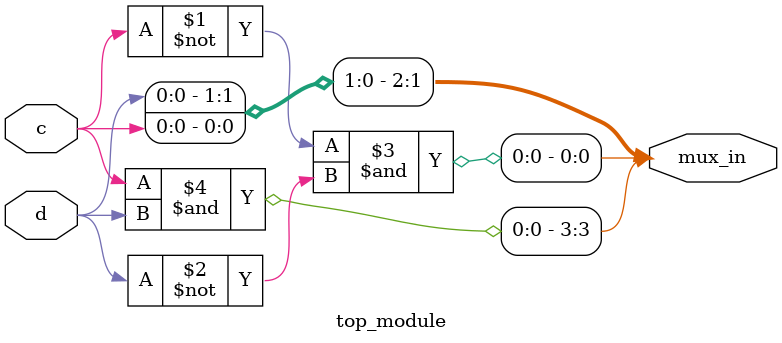
<source format=sv>
module top_module (
	input c,
	input d,
	output [3:0] mux_in
);

assign mux_in[0] = ~c & ~d;
assign mux_in[1] = c;
assign mux_in[2] = d;
assign mux_in[3] = c & d;

endmodule

</source>
